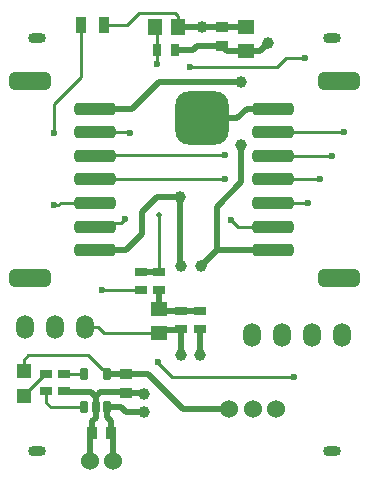
<source format=gbr>
G04*
G04 #@! TF.GenerationSoftware,Altium Limited,Altium Designer,22.4.2 (48)*
G04*
G04 Layer_Physical_Order=1*
G04 Layer_Color=255*
%FSLAX44Y44*%
%MOMM*%
G71*
G04*
G04 #@! TF.SameCoordinates,805B4EF3-34EF-46CF-B3EC-FB7C4EB053B5*
G04*
G04*
G04 #@! TF.FilePolarity,Positive*
G04*
G01*
G75*
%ADD10C,0.2540*%
%ADD14R,1.0000X0.7500*%
%ADD15R,0.9500X1.4500*%
G04:AMPARAMS|DCode=16|XSize=1.5mm|YSize=3.5mm|CornerRadius=0.375mm|HoleSize=0mm|Usage=FLASHONLY|Rotation=270.000|XOffset=0mm|YOffset=0mm|HoleType=Round|Shape=RoundedRectangle|*
%AMROUNDEDRECTD16*
21,1,1.5000,2.7500,0,0,270.0*
21,1,0.7500,3.5000,0,0,270.0*
1,1,0.7500,-1.3750,-0.3750*
1,1,0.7500,-1.3750,0.3750*
1,1,0.7500,1.3750,0.3750*
1,1,0.7500,1.3750,-0.3750*
%
%ADD16ROUNDEDRECTD16*%
G04:AMPARAMS|DCode=17|XSize=1mm|YSize=3.5mm|CornerRadius=0.25mm|HoleSize=0mm|Usage=FLASHONLY|Rotation=270.000|XOffset=0mm|YOffset=0mm|HoleType=Round|Shape=RoundedRectangle|*
%AMROUNDEDRECTD17*
21,1,1.0000,3.0000,0,0,270.0*
21,1,0.5000,3.5000,0,0,270.0*
1,1,0.5000,-1.5000,-0.2500*
1,1,0.5000,-1.5000,0.2500*
1,1,0.5000,1.5000,0.2500*
1,1,0.5000,1.5000,-0.2500*
%
%ADD17ROUNDEDRECTD17*%
G04:AMPARAMS|DCode=18|XSize=4.5mm|YSize=4.5mm|CornerRadius=1.125mm|HoleSize=0mm|Usage=FLASHONLY|Rotation=0.000|XOffset=0mm|YOffset=0mm|HoleType=Round|Shape=RoundedRectangle|*
%AMROUNDEDRECTD18*
21,1,4.5000,2.2500,0,0,0.0*
21,1,2.2500,4.5000,0,0,0.0*
1,1,2.2500,1.1250,-1.1250*
1,1,2.2500,-1.1250,-1.1250*
1,1,2.2500,-1.1250,1.1250*
1,1,2.2500,1.1250,1.1250*
%
%ADD18ROUNDEDRECTD18*%
%ADD19R,1.4500X1.1500*%
G04:AMPARAMS|DCode=20|XSize=1.1mm|YSize=0.6mm|CornerRadius=0.15mm|HoleSize=0mm|Usage=FLASHONLY|Rotation=90.000|XOffset=0mm|YOffset=0mm|HoleType=Round|Shape=RoundedRectangle|*
%AMROUNDEDRECTD20*
21,1,1.1000,0.3000,0,0,90.0*
21,1,0.8000,0.6000,0,0,90.0*
1,1,0.3000,0.1500,0.4000*
1,1,0.3000,0.1500,-0.4000*
1,1,0.3000,-0.1500,-0.4000*
1,1,0.3000,-0.1500,0.4000*
%
%ADD20ROUNDEDRECTD20*%
%ADD21R,0.9500X1.0000*%
%ADD22R,1.0000X0.9500*%
%ADD24R,0.7500X1.0000*%
%ADD25R,1.1500X1.4500*%
%ADD39R,1.2000X1.2000*%
%ADD40C,0.5080*%
%ADD41C,1.0000*%
%ADD42C,1.5240*%
%ADD43O,1.5000X2.0000*%
%ADD44O,1.5000X0.9000*%
%ADD45C,0.6000*%
%ADD46C,0.5080*%
D10*
X154940Y350520D02*
X228600D01*
X39370Y318770D02*
X62640Y342040D01*
X39370Y294640D02*
Y318770D01*
X62640Y342040D02*
Y386080D01*
X139700Y87630D02*
X242570D01*
X66040Y130000D02*
X77010D01*
X81970Y125040D02*
X97210D01*
X97268Y124982D01*
X77010Y130000D02*
X81970Y125040D01*
X97268Y124982D02*
X128489D01*
X228600Y350520D02*
X236257Y358177D01*
X252179D01*
X252257Y358099D01*
X127120Y353180D02*
Y364370D01*
X127240Y364490D01*
X127000Y353060D02*
X127120Y353180D01*
X189867Y220271D02*
X195138Y215000D01*
X225250D01*
X128270Y176410D02*
Y225177D01*
X127709Y99621D02*
X139700Y87630D01*
X127709Y99621D02*
Y100074D01*
X82140Y386080D02*
X101600D01*
X111760Y396240D02*
X142240D01*
X101600Y386080D02*
X111760Y396240D01*
X142240D02*
X144740Y393740D01*
Y383800D02*
Y393740D01*
X74750Y215000D02*
X77721Y217971D01*
X96314D01*
X100005Y221661D01*
X80070Y161350D02*
X112970D01*
X80010Y161290D02*
X80070Y161350D01*
X112970D02*
X113030Y161410D01*
X74930Y294820D02*
X103960D01*
X104140Y294640D01*
X74750Y295000D02*
X74930Y294820D01*
X43669Y233545D02*
X45124Y235000D01*
X74750D01*
X39370Y233545D02*
X43669D01*
X75045Y275295D02*
X183855D01*
X74750Y275000D02*
X75045Y275295D01*
X183855D02*
X184150Y275590D01*
X74885Y255135D02*
X184015D01*
X184150Y255270D01*
X74750Y255000D02*
X74885Y255135D01*
X225250Y295000D02*
X285000D01*
X225250Y275000D02*
X275000D01*
X225250Y255000D02*
X265000D01*
X225250Y235000D02*
X255000D01*
X127240Y365800D02*
Y381300D01*
X124740Y383800D02*
X127240Y381300D01*
X68290Y106340D02*
X80342Y94288D01*
X17780Y106340D02*
X68290D01*
X13970Y102530D02*
X17780Y106340D01*
X13970Y93050D02*
Y102530D01*
X82718Y94288D02*
X84430Y92576D01*
X80342Y94288D02*
X82718D01*
X84430Y90200D02*
Y92576D01*
X31770Y90050D02*
X33020D01*
X18700Y76980D02*
X31770Y90050D01*
X18700Y76780D02*
Y76980D01*
X13970Y72050D02*
X18700Y76780D01*
X33020Y66040D02*
Y75050D01*
Y66040D02*
X36860Y62200D01*
X65430D01*
X48260Y90200D02*
X65430D01*
X88010Y40640D02*
X90000Y38650D01*
D14*
X113030Y176410D02*
D03*
Y161410D02*
D03*
X162940Y128390D02*
D03*
Y143390D02*
D03*
X146940D02*
D03*
Y128390D02*
D03*
X128270Y176410D02*
D03*
Y161410D02*
D03*
X33020Y75500D02*
D03*
Y90500D02*
D03*
X48260Y75500D02*
D03*
Y90500D02*
D03*
D15*
X82140Y386080D02*
D03*
X62640D02*
D03*
D16*
X19250Y338500D02*
D03*
Y171500D02*
D03*
X280750D02*
D03*
Y338500D02*
D03*
D17*
X74750Y315000D02*
D03*
Y195000D02*
D03*
Y295000D02*
D03*
Y215000D02*
D03*
Y235000D02*
D03*
Y255000D02*
D03*
Y275000D02*
D03*
X225250Y195000D02*
D03*
Y315000D02*
D03*
Y215000D02*
D03*
Y295000D02*
D03*
Y275000D02*
D03*
Y255000D02*
D03*
Y235000D02*
D03*
D18*
X165000Y306600D02*
D03*
D19*
X128489Y144982D02*
D03*
Y124982D02*
D03*
X201930Y363800D02*
D03*
Y383800D02*
D03*
D20*
X84430Y90200D02*
D03*
X65430D02*
D03*
X84430Y62200D02*
D03*
X74930D02*
D03*
X65430D02*
D03*
D21*
X72010Y40640D02*
D03*
X88010D02*
D03*
D22*
X100330Y74200D02*
D03*
Y90200D02*
D03*
X181610Y383920D02*
D03*
Y367920D02*
D03*
D24*
X127240Y364490D02*
D03*
X142240D02*
D03*
D25*
X144740Y383800D02*
D03*
X124740D02*
D03*
D39*
X13970Y93050D02*
D03*
Y72050D02*
D03*
D40*
X177220Y231830D02*
X198120Y252730D01*
X177220Y195000D02*
Y231830D01*
X105450Y315000D02*
X128270Y337820D01*
X198120D01*
X165000Y383800D02*
X201930D01*
X146508Y182042D02*
Y240049D01*
X146077Y240481D02*
X146508Y240049D01*
Y182042D02*
X146940Y181610D01*
X114300Y227564D02*
X127217Y240481D01*
X114300Y208704D02*
Y227564D01*
X127217Y240481D02*
X146077D01*
X198120Y252730D02*
Y284480D01*
X100596Y195000D02*
X114300Y208704D01*
X162940Y106680D02*
Y128390D01*
X146940Y106680D02*
Y128390D01*
X129770Y123350D02*
Y124253D01*
X100330Y90200D02*
X119350D01*
X148590Y60960D02*
X187960D01*
X119350Y90200D02*
X148590Y60960D01*
X144740Y383800D02*
X165000D01*
X74750Y315000D02*
X105450D01*
X74750Y195000D02*
X100596D01*
X180000Y306600D02*
X194840D01*
X165000D02*
X180000D01*
X177220Y195000D02*
X225250D01*
X163830Y181610D02*
X177220Y195000D01*
X203240Y315000D02*
X225250D01*
X194840Y306600D02*
X203240Y315000D01*
X180000Y310220D02*
Y321670D01*
Y310220D02*
X180340Y309880D01*
X113030Y176410D02*
X128270D01*
X128460Y146120D02*
Y161220D01*
X128270Y161410D02*
X128460Y161220D01*
X162750Y143580D02*
X162940Y143390D01*
X129770Y124253D02*
X133199Y127682D01*
X146232D02*
X146940Y128390D01*
X133199Y127682D02*
X146232D01*
X128290Y143370D02*
X162920D01*
X128270Y143350D02*
X128290Y143370D01*
X162920D02*
X162940Y143390D01*
X157480Y364490D02*
X160910Y367920D01*
X181610D01*
X142240Y364490D02*
X157480D01*
X181610Y367920D02*
X181860D01*
X185980Y363800D01*
X201930D01*
X213940D02*
X220980Y370840D01*
X201930Y363800D02*
X213940D01*
X100330Y74200D02*
X100600Y73930D01*
X115300D01*
X115570Y73660D01*
X96550Y62200D02*
X100710Y58040D01*
X115570D01*
X84430Y62200D02*
X96550D01*
X70000Y20350D02*
X70109Y20241D01*
X84430Y90200D02*
X100330D01*
X74930Y71120D02*
X78957Y75147D01*
X99383D02*
X100330Y74200D01*
X78957Y75147D02*
X99383D01*
X74930Y62200D02*
Y71120D01*
X70850Y75200D02*
X74930Y71120D01*
X48260Y75200D02*
X70850D01*
X88010Y40640D02*
Y50420D01*
X84430Y54000D02*
Y62200D01*
Y54000D02*
X88010Y50420D01*
X72010Y50420D02*
X74930Y53340D01*
Y62200D01*
X72010Y40640D02*
Y50420D01*
X90000Y20350D02*
Y38650D01*
X70000Y20350D02*
Y38630D01*
X72010Y40640D01*
D41*
X165000Y306600D02*
D03*
Y291600D02*
D03*
Y321670D02*
D03*
X150000Y306600D02*
D03*
X180000D02*
D03*
Y291600D02*
D03*
X150000D02*
D03*
Y321670D02*
D03*
X180000D02*
D03*
X198120Y337820D02*
D03*
X162940Y106680D02*
D03*
X146940D02*
D03*
X198120Y284480D02*
D03*
X146077Y240481D02*
D03*
X163830Y181610D02*
D03*
X146940D02*
D03*
X220980Y370840D02*
D03*
X165000Y383800D02*
D03*
X115570Y73660D02*
D03*
Y58040D02*
D03*
D42*
X70000Y17000D02*
D03*
X90000D02*
D03*
X227960Y60960D02*
D03*
X207960D02*
D03*
X187960D02*
D03*
D43*
X40640Y130000D02*
D03*
X66040D02*
D03*
X15240D02*
D03*
X207010Y123190D02*
D03*
X257810D02*
D03*
X232410D02*
D03*
X283210D02*
D03*
D44*
X25000Y25000D02*
D03*
X275000Y375000D02*
D03*
X25000D02*
D03*
X275000Y25000D02*
D03*
D45*
X154940Y350520D02*
D03*
X242570Y87630D02*
D03*
X252257Y358099D02*
D03*
X127000Y353060D02*
D03*
X189867Y220271D02*
D03*
X127709Y100074D02*
D03*
X39370Y294640D02*
D03*
X100005Y221661D02*
D03*
X80010Y161290D02*
D03*
X104140Y294640D02*
D03*
X39370Y233545D02*
D03*
X184150Y275590D02*
D03*
Y255270D02*
D03*
X255000Y235000D02*
D03*
X265000Y255000D02*
D03*
X285000Y295000D02*
D03*
X275000Y275000D02*
D03*
D46*
X128270Y225177D02*
D03*
M02*

</source>
